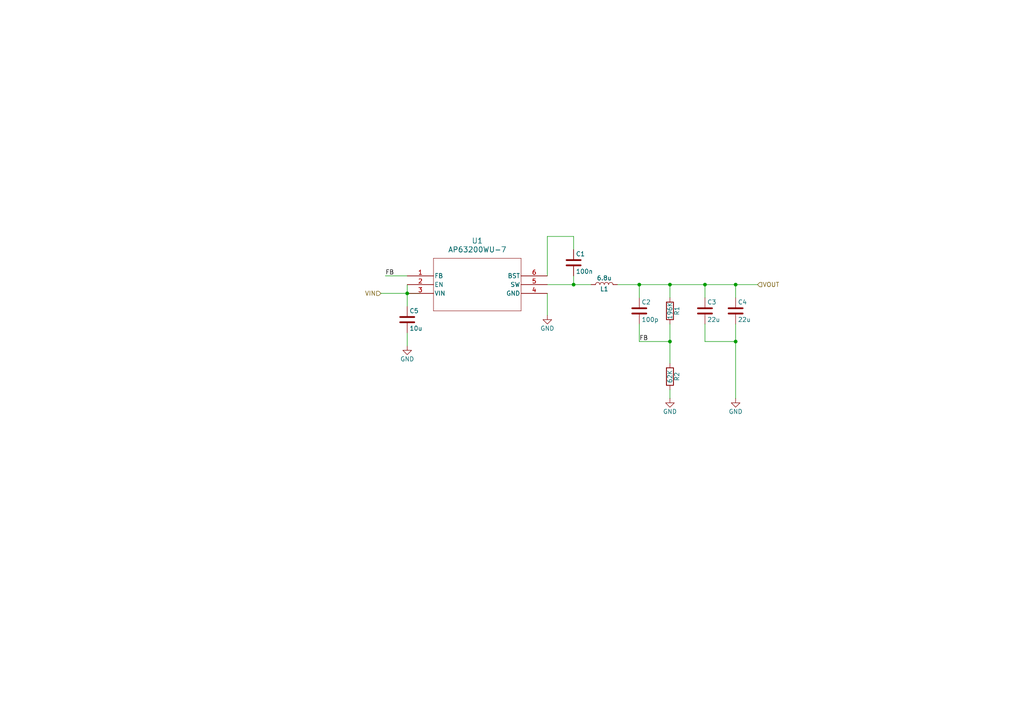
<source format=kicad_sch>
(kicad_sch (version 20250114) (generator "eeschema") (generator_version "9.0")
  (paper "A4")
  (lib_symbols
    (symbol "Device:C" (pin_numbers (hide yes)) (pin_names (offset 0.254))
      (property "Reference" "C" (at 0.635 2.54 0))
      (property "Value" "C" (at 0.635 -2.54 0))
      (symbol "C_0_1"
        (polyline (pts (xy -2.032 0.762) (xy 2.032 0.762)) (stroke (width 0.508)))
        (polyline (pts (xy -2.032 -0.762) (xy 2.032 -0.762)) (stroke (width 0.508)))
      )
      (symbol "C_1_1"
        (pin passive line (at 0 3.81 270) (length 2.794) (name "~") (number "1"))
        (pin passive line (at 0 -3.81 90) (length 2.794) (name "~") (number "2"))
      )
    )
    (symbol "Device:L" (pin_numbers (hide yes)) (pin_names (offset 1.016) (hide yes))
      (property "Reference" "L" (at -1.27 0 90))
      (property "Value" "L" (at 1.905 0 90))
      (symbol "L_0_1"
        (arc (start 0 2.54) (mid 0.6323 1.905) (end 0 1.27))
        (arc (start 0 1.27) (mid 0.6323 0.635) (end 0 0))
        (arc (start 0 0) (mid 0.6323 -0.635) (end 0 -1.27))
        (arc (start 0 -1.27) (mid 0.6323 -1.905) (end 0 -2.54))
      )
      (symbol "L_1_1"
        (pin passive line (at 0 3.81 270) (length 1.27) (name "1") (number "1"))
        (pin passive line (at 0 -3.81 90) (length 1.27) (name "2") (number "2"))
      )
    )
    (symbol "Device:R" (pin_numbers (hide yes)) (pin_names (offset 0))
      (property "Reference" "R" (at 2.032 0 90))
      (property "Value" "R" (at 0 0 90))
      (symbol "R_0_1"
        (rectangle (start -1.016 -2.54) (end 1.016 2.54) (stroke (width 0.254)))
      )
      (symbol "R_1_1"
        (pin passive line (at 0 3.81 270) (length 1.27) (name "~") (number "1"))
        (pin passive line (at 0 -3.81 90) (length 1.27) (name "~") (number "2"))
      )
    )
    (symbol "Project_Components:AP63200WU-7" (pin_names (offset 0.254))
      (property "Reference" "U" (at 20.32 10.16 0))
      (property "Value" "AP63200WU-7" (at 20.32 7.62 0))
      (symbol "AP63200WU-7_0_1"
        (polyline (pts (xy 7.62 5.08) (xy 7.62 -10.16)) (stroke (width 0.127)))
        (polyline (pts (xy 7.62 -10.16) (xy 33.02 -10.16)) (stroke (width 0.127)))
        (polyline (pts (xy 33.02 5.08) (xy 7.62 5.08)) (stroke (width 0.127)))
        (polyline (pts (xy 33.02 -10.16) (xy 33.02 5.08)) (stroke (width 0.127)))
        (pin output line (at 0 0 0) (length 7.62) (name "FB") (number "1"))
        (pin input line (at 0 -2.54 0) (length 7.62) (name "EN") (number "2"))
        (pin power_in line (at 0 -5.08 0) (length 7.62) (name "VIN") (number "3"))
        (pin input line (at 40.64 0 180) (length 7.62) (name "BST") (number "6"))
        (pin output line (at 40.64 -2.54 180) (length 7.62) (name "SW") (number "5"))
        (pin power_out line (at 40.64 -5.08 180) (length 7.62) (name "GND") (number "4"))
      )
    )
    (symbol "power:GND" (power) (pin_numbers (hide yes)) (pin_names (offset 0) (hide yes))
      (property "Value" "GND" (at 0 -3.81 0))
      (symbol "GND_0_1"
        (polyline (pts (xy 0 0) (xy 0 -1.27) (xy 1.27 -1.27) (xy 0 -2.54) (xy -1.27 -1.27) (xy 0 -1.27)))
      )
      (symbol "GND_1_1"
        (pin power_in line (at 0 0 270) (length 0) (name "~") (number "1"))
      )
    )
  )
  (junction (at 194.31 82.55))
  (junction (at 213.36 99.06))
  (junction (at 166.37 82.55))
  (junction (at 204.47 82.55))
  (junction (at 118.11 85.09))
  (junction (at 213.36 82.55))
  (junction (at 185.42 82.55))
  (junction (at 194.31 99.06))
  (wire (pts (xy 158.75 85.09) (xy 158.75 91.44)))
  (wire (pts (xy 194.31 113.03) (xy 194.31 115.57)))
  (wire (pts (xy 185.42 99.06) (xy 194.31 99.06)))
  (wire (pts (xy 158.75 82.55) (xy 166.37 82.55)))
  (wire (pts (xy 204.47 93.98) (xy 204.47 99.06)))
  (wire (pts (xy 213.36 82.55) (xy 213.36 86.36)))
  (wire (pts (xy 194.31 99.06) (xy 194.31 105.41)))
  (wire (pts (xy 204.47 99.06) (xy 213.36 99.06)))
  (wire (pts (xy 158.75 68.58) (xy 166.37 68.58)))
  (wire (pts (xy 166.37 68.58) (xy 166.37 72.39)))
  (wire (pts (xy 213.36 99.06) (xy 213.36 115.57)))
  (wire (pts (xy 121.92 85.09) (xy 118.11 85.09)))
  (wire (pts (xy 204.47 82.55) (xy 204.47 86.36)))
  (wire (pts (xy 118.11 85.09) (xy 118.11 88.9)))
  (wire (pts (xy 158.75 80.01) (xy 158.75 68.58)))
  (wire (pts (xy 166.37 82.55) (xy 171.45 82.55)))
  (wire (pts (xy 111.76 80.01) (xy 118.11 80.01)))
  (wire (pts (xy 204.47 82.55) (xy 213.36 82.55)))
  (wire (pts (xy 110.49 85.09) (xy 118.11 85.09)))
  (wire (pts (xy 185.42 93.98) (xy 185.42 99.06)))
  (wire (pts (xy 194.31 82.55) (xy 204.47 82.55)))
  (wire (pts (xy 118.11 96.52) (xy 118.11 100.33)))
  (wire (pts (xy 179.07 82.55) (xy 185.42 82.55)))
  (wire (pts (xy 194.31 86.36) (xy 194.31 82.55)))
  (wire (pts (xy 185.42 82.55) (xy 194.31 82.55)))
  (wire (pts (xy 194.31 99.06) (xy 194.31 93.98)))
  (wire (pts (xy 213.36 82.55) (xy 219.71 82.55)))
  (wire (pts (xy 166.37 80.01) (xy 166.37 82.55)))
  (wire (pts (xy 118.11 82.55) (xy 118.11 85.09)))
  (wire (pts (xy 213.36 93.98) (xy 213.36 99.06)))
  (wire (pts (xy 185.42 82.55) (xy 185.42 86.36)))
  (label "FB" (at 111.76 80.01 0))
  (label "FB" (at 185.42 99.06 0))
  (hierarchical_label "VOUT" (shape input) (at 219.71 82.55 0))
  (hierarchical_label "VIN" (shape input) (at 110.49 85.09 180))
  (symbol (lib_id "Device:C") (at 118.11 92.71 0) (unit 1)
    (property "Reference" "C5" (at 118.745 90.17 0) (effects (justify left)))
    (property "Value" "10u" (at 118.745 95.25 0) (effects (justify left)))
    (property "Description" "Unpolarized capacitor" (effects (hide yes)))
  )
  (symbol (lib_id "Project_Components:AP63200WU-7") (at 118.11 80.01 0) (unit 1)
    (property "Reference" "U1" (at 138.43 69.85 0) (effects (font (size 1.524 1.524))))
    (property "Value" "AP63200WU-7" (at 138.43 72.39 0) (effects (font (size 1.524 1.524))))
    (property "Footprint" "Project_Components:AP63200WU_7" (effects (hide yes)))
  )
  (symbol (lib_id "power:GND") (at 213.36 115.57 0) (unit 1)
    (property "Reference" "#PWR03" (effects (hide yes)))
    (property "Value" "GND" (at 213.36 119.38 0))
    (property "Description" "Power symbol creates a global label with name \"GND\" , ground" (effects (hide yes)))
  )
  (symbol (lib_id "Device:C") (at 185.42 90.17 0) (unit 1)
    (property "Reference" "C2" (at 186.055 87.63 0) (effects (justify left)))
    (property "Value" "100p" (at 186.055 92.71 0) (effects (justify left)))
    (property "Description" "Unpolarized capacitor" (effects (hide yes)))
  )
  (symbol (lib_id "power:GND") (at 118.11 100.33 0) (unit 1)
    (property "Reference" "#PWR04" (effects (hide yes)))
    (property "Value" "GND" (at 118.11 104.14 0))
    (property "Description" "Power symbol creates a global label with name \"GND\" , ground" (effects (hide yes)))
  )
  (symbol (lib_id "Device:C") (at 213.36 90.17 0) (unit 1)
    (property "Reference" "C4" (at 213.995 87.63 0) (effects (justify left)))
    (property "Value" "22u" (at 213.995 92.71 0) (effects (justify left)))
    (property "Description" "Unpolarized capacitor" (effects (hide yes)))
  )
  (symbol (lib_id "Device:R") (at 194.31 90.17 0) (unit 1)
    (property "Reference" "R1" (at 196.342 90.17 90))
    (property "Value" "196K" (at 194.31 90.17 90))
    (property "Description" "Resistor" (effects (hide yes)))
  )
  (symbol (lib_id "Device:L") (at 175.26 82.55 90) (unit 1)
    (property "Reference" "L1" (at 175.26 83.82 90))
    (property "Value" "6.8u" (at 175.26 80.645 90))
    (property "Description" "Inductor" (effects (hide yes)))
  )
  (symbol (lib_id "Device:R") (at 194.31 109.22 0) (unit 1)
    (property "Reference" "R2" (at 196.342 109.22 90))
    (property "Value" "62K" (at 194.31 109.22 90))
    (property "Description" "Resistor" (effects (hide yes)))
  )
  (symbol (lib_id "Device:C") (at 166.37 76.2 0) (unit 1)
    (property "Reference" "C1" (at 167.005 73.66 0) (effects (justify left)))
    (property "Value" "100n" (at 167.005 78.74 0) (effects (justify left)))
    (property "Description" "Unpolarized capacitor" (effects (hide yes)))
  )
  (symbol (lib_id "Device:C") (at 204.47 90.17 0) (unit 1)
    (property "Reference" "C3" (at 205.105 87.63 0) (effects (justify left)))
    (property "Value" "22u" (at 205.105 92.71 0) (effects (justify left)))
    (property "Description" "Unpolarized capacitor" (effects (hide yes)))
  )
  (symbol (lib_id "power:GND") (at 194.31 115.57 0) (unit 1)
    (property "Reference" "#PWR02" (effects (hide yes)))
    (property "Value" "GND" (at 194.31 119.38 0))
    (property "Description" "Power symbol creates a global label with name \"GND\" , ground" (effects (hide yes)))
  )
  (symbol (lib_id "power:GND") (at 158.75 91.44 0) (unit 1)
    (property "Reference" "#PWR01" (effects (hide yes)))
    (property "Value" "GND" (at 158.75 95.25 0))
    (property "Description" "Power symbol creates a global label with name \"GND\" , ground" (effects (hide yes)))
  )
)
</source>
